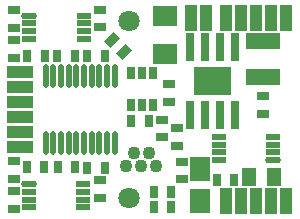
<source format=gts>
G04*
G04 #@! TF.GenerationSoftware,Altium Limited,Altium Designer,18.0.12 (696)*
G04*
G04 Layer_Color=8388736*
%FSAX24Y24*%
%MOIN*%
G70*
G01*
G75*
%ADD18R,0.0434X0.0867*%
%ADD19R,0.0867X0.0434*%
%ADD20R,0.0513X0.0631*%
%ADD21R,0.0316X0.0434*%
%ADD22R,0.0434X0.0316*%
G04:AMPARAMS|DCode=23|XSize=51.2mil|YSize=19.7mil|CornerRadius=7.5mil|HoleSize=0mil|Usage=FLASHONLY|Rotation=0.000|XOffset=0mil|YOffset=0mil|HoleType=Round|Shape=RoundedRectangle|*
%AMROUNDEDRECTD23*
21,1,0.0512,0.0047,0,0,0.0*
21,1,0.0362,0.0197,0,0,0.0*
1,1,0.0150,0.0181,-0.0024*
1,1,0.0150,-0.0181,-0.0024*
1,1,0.0150,-0.0181,0.0024*
1,1,0.0150,0.0181,0.0024*
%
%ADD23ROUNDEDRECTD23*%
%ADD24R,0.0512X0.0197*%
%ADD25R,0.0671X0.0789*%
%ADD26R,0.0252X0.0921*%
%ADD27R,0.0291X0.0449*%
%ADD28R,0.0828X0.0690*%
%ADD29R,0.1143X0.0533*%
%ADD30O,0.0218X0.0789*%
G04:AMPARAMS|DCode=31|XSize=31.6mil|YSize=43.4mil|CornerRadius=0mil|HoleSize=0mil|Usage=FLASHONLY|Rotation=135.000|XOffset=0mil|YOffset=0mil|HoleType=Round|Shape=Rectangle|*
%AMROTATEDRECTD31*
4,1,4,0.0265,0.0042,-0.0042,-0.0265,-0.0265,-0.0042,0.0042,0.0265,0.0265,0.0042,0.0*
%
%ADD31ROTATEDRECTD31*%

%ADD32C,0.0434*%
%ADD33C,0.0710*%
G36*
X019321Y015827D02*
X018100D01*
Y016772D01*
X019321D01*
Y015827D01*
D02*
G37*
D18*
X017986Y018402D02*
D03*
X018486D02*
D03*
X019179Y018404D02*
D03*
X019679D02*
D03*
X021179D02*
D03*
X020679D02*
D03*
X020179D02*
D03*
X019179Y012305D02*
D03*
X019679D02*
D03*
X021179D02*
D03*
X020679D02*
D03*
X020179D02*
D03*
D19*
X012305Y016102D02*
D03*
Y015602D02*
D03*
Y014102D02*
D03*
Y014602D02*
D03*
Y015102D02*
D03*
Y016602D02*
D03*
D20*
X019943Y013096D02*
D03*
X020770D02*
D03*
D21*
X013116Y013447D02*
D03*
X012526D02*
D03*
X017344Y012585D02*
D03*
X016754D02*
D03*
X017341Y012089D02*
D03*
X016750D02*
D03*
X014148Y013437D02*
D03*
X013557D02*
D03*
X013547Y017142D02*
D03*
X014138D02*
D03*
X015996Y014978D02*
D03*
X016587D02*
D03*
X012537Y017142D02*
D03*
X013128D02*
D03*
X019447Y013012D02*
D03*
X018856D02*
D03*
X015134Y013390D02*
D03*
X014543D02*
D03*
X015138Y017140D02*
D03*
X014547D02*
D03*
D22*
X012096Y013039D02*
D03*
Y013630D02*
D03*
X017693Y013014D02*
D03*
Y013604D02*
D03*
X014963Y012994D02*
D03*
Y012404D02*
D03*
X012089Y012030D02*
D03*
Y012620D02*
D03*
X017041Y014421D02*
D03*
Y015012D02*
D03*
X017250Y015612D02*
D03*
Y016203D02*
D03*
X012096Y018077D02*
D03*
Y018667D02*
D03*
X017524Y014140D02*
D03*
Y014730D02*
D03*
X020400Y015195D02*
D03*
Y015785D02*
D03*
X014972Y018089D02*
D03*
Y018679D02*
D03*
X012091Y017075D02*
D03*
Y017665D02*
D03*
D23*
X012596Y012856D02*
D03*
X012614Y018472D02*
D03*
X020732Y013665D02*
D03*
D24*
X012596Y012600D02*
D03*
Y012344D02*
D03*
Y012089D02*
D03*
X014400D02*
D03*
Y012344D02*
D03*
Y012600D02*
D03*
Y012856D02*
D03*
X012614Y018217D02*
D03*
Y017961D02*
D03*
Y017705D02*
D03*
X014417D02*
D03*
Y017961D02*
D03*
Y018217D02*
D03*
Y018472D02*
D03*
X020732Y013921D02*
D03*
Y014177D02*
D03*
Y014433D02*
D03*
X018929D02*
D03*
Y014177D02*
D03*
Y013921D02*
D03*
Y013665D02*
D03*
D25*
X018305Y012291D02*
D03*
Y013374D02*
D03*
D26*
X017961Y015167D02*
D03*
X019461D02*
D03*
X018461D02*
D03*
X018961D02*
D03*
X017961Y017431D02*
D03*
X019461D02*
D03*
X018461D02*
D03*
X018961D02*
D03*
D27*
X016736Y016569D02*
D03*
X016362D02*
D03*
X015988D02*
D03*
X016736Y015506D02*
D03*
X016362D02*
D03*
X015988D02*
D03*
D28*
X017134Y018449D02*
D03*
Y017209D02*
D03*
D29*
X020386Y017614D02*
D03*
Y016433D02*
D03*
D30*
X013156Y014217D02*
D03*
X013411D02*
D03*
X013667D02*
D03*
X013923D02*
D03*
X014179D02*
D03*
X014435D02*
D03*
X014691D02*
D03*
X014947D02*
D03*
X015203D02*
D03*
X015459D02*
D03*
X013156Y016461D02*
D03*
X013411D02*
D03*
X013667D02*
D03*
X013923D02*
D03*
X014179D02*
D03*
X014435D02*
D03*
X014691D02*
D03*
X014947D02*
D03*
X015203D02*
D03*
X015459D02*
D03*
D31*
X015354Y017670D02*
D03*
X015772Y017252D02*
D03*
D32*
X015837Y013470D02*
D03*
X016337D02*
D03*
X016837D02*
D03*
X016087Y013904D02*
D03*
X016587D02*
D03*
D33*
X015945Y012402D02*
D03*
Y018307D02*
D03*
M02*

</source>
